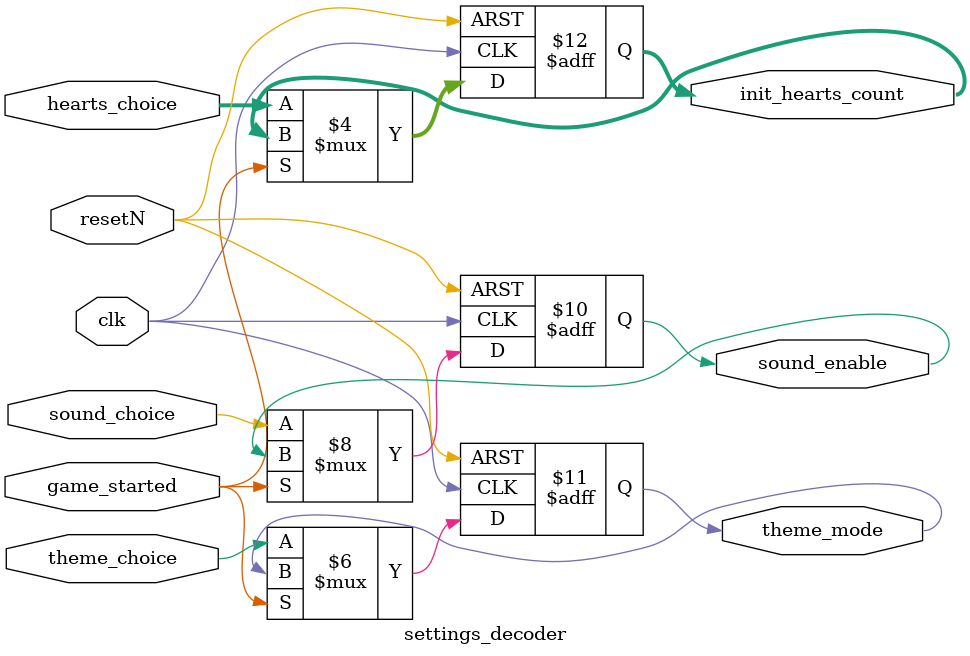
<source format=sv>
module settings_decoder (
    input  logic        clk,
    input  logic        resetN,
    input  logic        game_started,    // fix choices after game has started

    // Inputs
    input  logic        sound_choice,      // 1 = ON, 0 = OFF
    input  logic        theme_choice,      // 0 = DARK, 1 = WHITE
    input  logic [2:0]  hearts_choice,     // 1–6 hearts

    // Outputs
    output logic        sound_enable,      
    output logic        theme_mode,        
    output logic [2:0]  init_hearts_count  
);

    always_ff @(posedge clk or negedge resetN) begin
        if (!resetN) begin
            sound_enable      <= 1'b0;   // default OFF
            theme_mode        <= 1'b0;   // default DARK
            init_hearts_count <= 3'd3;   // default 3 hearts
        end
        else if (!game_started) begin
            sound_enable      <= sound_choice;
            theme_mode        <= theme_choice;
            init_hearts_count <= hearts_choice;
        end
    end

endmodule

</source>
